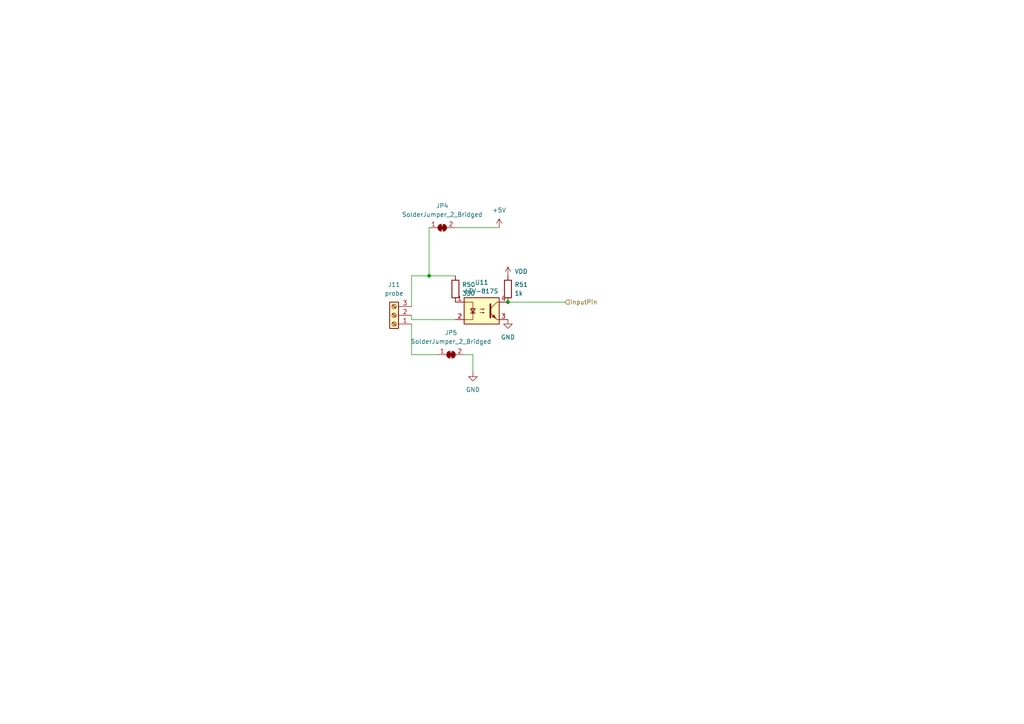
<source format=kicad_sch>
(kicad_sch (version 20211123) (generator eeschema)
  (paper "A4")
  (lib_symbols
    (symbol "Connector:Screw_Terminal_01x03" (pin_names (offset 1.016) hide)
      (property "Reference" "J" (at 0 5.08 0))
      (property "Value" "Screw_Terminal_01x03" (at 0 -5.08 0))
      (symbol "Screw_Terminal_01x03_1_1"
        (rectangle (start -1.27 3.81) (end 1.27 -3.81) (stroke (width 0.254)) (fill (type background)))
        (circle (center 0 -2.54) (radius 0.635) (stroke (width 0.1524)))
        (polyline (pts (xy -0.5334 -2.2098) (xy 0.3302 -3.048)) (stroke (width 0.1524)))
        (polyline (pts (xy -0.5334 0.3302) (xy 0.3302 -0.508)) (stroke (width 0.1524)))
        (polyline (pts (xy -0.5334 2.8702) (xy 0.3302 2.032)) (stroke (width 0.1524)))
        (polyline (pts (xy -0.3556 -2.032) (xy 0.508 -2.8702)) (stroke (width 0.1524)))
        (polyline (pts (xy -0.3556 0.508) (xy 0.508 -0.3302)) (stroke (width 0.1524)))
        (polyline (pts (xy -0.3556 3.048) (xy 0.508 2.2098)) (stroke (width 0.1524)))
        (circle (center 0 0) (radius 0.635) (stroke (width 0.1524)))
        (circle (center 0 2.54) (radius 0.635) (stroke (width 0.1524)))
        (pin passive line (at -5.08 2.54 0) (length 3.81) (name "Pin_1") (number "1"))
        (pin passive line (at -5.08 0 0) (length 3.81) (name "Pin_2") (number "2"))
        (pin passive line (at -5.08 -2.54 0) (length 3.81) (name "Pin_3") (number "3"))
      )
    )
    (symbol "Device:R" (pin_numbers hide) (pin_names (offset 0))
      (property "Reference" "R" (at 2.032 0 90))
      (property "Value" "R" (at 0 0 90))
      (symbol "R_0_1"
        (rectangle (start -1.016 -2.54) (end 1.016 2.54) (stroke (width 0.254)))
      )
      (symbol "R_1_1"
        (pin passive line (at 0 3.81 270) (length 1.27) (name "~") (number "1"))
        (pin passive line (at 0 -3.81 90) (length 1.27) (name "~") (number "2"))
      )
    )
    (symbol "Isolator:LTV-817S" (pin_names (offset 1.016))
      (property "Reference" "U" (at -3.81 5.08 0))
      (property "Value" "LTV-817S" (at 0 -5.08 0))
      (symbol "LTV-817S_1_1"
        (rectangle (start -5.08 3.81) (end 5.08 -3.81) (stroke (width 0.254)) (fill (type background)))
        (polyline (pts (xy -3.175 -0.635) (xy -1.905 -0.635)) (stroke (width 0.254)))
        (polyline (pts (xy 2.54 0.635) (xy 4.445 2.54)))
        (polyline (pts (xy 4.445 -2.54) (xy 2.54 -0.635)) (fill (type outline)))
        (polyline (pts (xy 4.445 -2.54) (xy 5.08 -2.54)))
        (polyline (pts (xy 4.445 2.54) (xy 5.08 2.54)))
        (polyline (pts (xy -5.08 2.54) (xy -2.54 2.54) (xy -2.54 -0.762)))
        (polyline (pts (xy -2.54 -0.635) (xy -2.54 -2.54) (xy -5.08 -2.54)))
        (polyline (pts (xy 2.54 1.905) (xy 2.54 -1.905) (xy 2.54 -1.905)) (stroke (width 0.508)))
        (polyline (pts (xy -2.54 -0.635) (xy -3.175 0.635) (xy -1.905 0.635) (xy -2.54 -0.635)) (stroke (width 0.254)))
        (polyline (pts (xy -0.508 -0.508) (xy 0.762 -0.508) (xy 0.381 -0.635) (xy 0.381 -0.381) (xy 0.762 -0.508)))
        (polyline (pts (xy -0.508 0.508) (xy 0.762 0.508) (xy 0.381 0.381) (xy 0.381 0.635) (xy 0.762 0.508)))
        (polyline (pts (xy 3.048 -1.651) (xy 3.556 -1.143) (xy 4.064 -2.159) (xy 3.048 -1.651) (xy 3.048 -1.651)) (fill (type outline)))
        (pin passive line (at -7.62 2.54 0) (length 2.54) (name "~") (number "1"))
        (pin passive line (at -7.62 -2.54 0) (length 2.54) (name "~") (number "2"))
        (pin passive line (at 7.62 -2.54 180) (length 2.54) (name "~") (number "3"))
        (pin passive line (at 7.62 2.54 180) (length 2.54) (name "~") (number "4"))
      )
    )
    (symbol "Jumper:SolderJumper_2_Bridged" (pin_names (offset 0) hide)
      (property "Reference" "JP" (at 0 2.032 0))
      (property "Value" "SolderJumper_2_Bridged" (at 0 -2.54 0))
      (symbol "SolderJumper_2_Bridged_0_1"
        (rectangle (start -0.508 0.508) (end 0.508 -0.508) (fill (type outline)))
        (arc (start -0.254 1.016) (mid -1.27 0) (end -0.254 -1.016))
        (arc (start -0.254 1.016) (mid -1.27 0) (end -0.254 -1.016) (fill (type outline)))
        (polyline (pts (xy -0.254 1.016) (xy -0.254 -1.016)))
        (polyline (pts (xy 0.254 1.016) (xy 0.254 -1.016)))
        (arc (start 0.254 -1.016) (mid 1.27 0) (end 0.254 1.016))
        (arc (start 0.254 -1.016) (mid 1.27 0) (end 0.254 1.016) (fill (type outline)))
      )
      (symbol "SolderJumper_2_Bridged_1_1"
        (pin passive line (at -3.81 0 0) (length 2.54) (name "A") (number "1"))
        (pin passive line (at 3.81 0 180) (length 2.54) (name "B") (number "2"))
      )
    )
    (symbol "power:+5V" (power) (pin_names (offset 0))
      (property "Value" "+5V" (at 0 3.556 0))
      (symbol "+5V_0_1"
        (polyline (pts (xy -0.762 1.27) (xy 0 2.54)))
        (polyline (pts (xy 0 0) (xy 0 2.54)))
        (polyline (pts (xy 0 2.54) (xy 0.762 1.27)))
      )
      (symbol "+5V_1_1"
        (pin power_in line (at 0 0 90) (length 0) hide (name "+5V") (number "1"))
      )
    )
    (symbol "power:GND" (power) (pin_names (offset 0))
      (property "Value" "GND" (at 0 -3.81 0))
      (symbol "GND_0_1"
        (polyline (pts (xy 0 0) (xy 0 -1.27) (xy 1.27 -1.27) (xy 0 -2.54) (xy -1.27 -1.27) (xy 0 -1.27)))
      )
      (symbol "GND_1_1"
        (pin power_in line (at 0 0 270) (length 0) hide (name "GND") (number "1"))
      )
    )
    (symbol "power:VDD" (power) (pin_names (offset 0))
      (property "Value" "VDD" (at 0 3.81 0))
      (symbol "VDD_0_1"
        (polyline (pts (xy -0.762 1.27) (xy 0 2.54)))
        (polyline (pts (xy 0 0) (xy 0 2.54)))
        (polyline (pts (xy 0 2.54) (xy 0.762 1.27)))
      )
      (symbol "VDD_1_1"
        (pin power_in line (at 0 0 90) (length 0) hide (name "VDD") (number "1"))
      )
    )
  )
  (junction (at 147.32 87.63))
  (junction (at 124.46 80.01))
  (wire (pts (xy 119.38 80.01) (xy 119.38 88.9)))
  (wire (pts (xy 127 102.87) (xy 119.38 102.87)))
  (wire (pts (xy 124.46 66.04) (xy 124.46 80.01)))
  (wire (pts (xy 137.16 102.87) (xy 134.62 102.87)))
  (wire (pts (xy 119.38 92.71) (xy 119.38 91.44)))
  (wire (pts (xy 124.46 80.01) (xy 119.38 80.01)))
  (wire (pts (xy 132.08 92.71) (xy 119.38 92.71)))
  (wire (pts (xy 132.08 66.04) (xy 144.78 66.04)))
  (wire (pts (xy 147.32 87.63) (xy 163.83 87.63)))
  (wire (pts (xy 132.08 80.01) (xy 124.46 80.01)))
  (wire (pts (xy 119.38 102.87) (xy 119.38 93.98)))
  (wire (pts (xy 137.16 107.95) (xy 137.16 102.87)))
  (hierarchical_label "inputPin" (shape input) (at 163.83 87.63 0))
  (symbol (lib_id "Connector:Screw_Terminal_01x03") (at 114.3 91.44 180) (unit 1)
    (property "Reference" "J11" (at 114.3 82.55 0))
    (property "Value" "probe" (at 114.3 85.09 0))
    (property "Footprint" "TerminalBlock_4Ucon:TerminalBlock_4Ucon_1x03_P3.50mm_Horizontal" (effects hide))
  )
  (symbol (lib_id "Device:R") (at 147.32 83.82 180) (unit 1)
    (property "Reference" "R51" (at 149.225 82.5499 0) (effects (justify right)))
    (property "Value" "1k" (at 149.225 85.0899 0) (effects (justify right)))
    (property "Footprint" "Resistor_SMD:R_0805_2012Metric_Pad1.20x1.40mm_HandSolder" (effects hide))
  )
  (symbol (lib_id "Device:R") (at 132.08 83.82 180) (unit 1)
    (property "Reference" "R50" (at 133.985 82.5499 0) (effects (justify right)))
    (property "Value" "330" (at 133.985 85.0899 0) (effects (justify right)))
    (property "Footprint" "Resistor_SMD:R_0805_2012Metric_Pad1.20x1.40mm_HandSolder" (effects hide))
  )
  (symbol (lib_id "Jumper:SolderJumper_2_Bridged") (at 128.27 66.04 0) (unit 1)
    (property "Reference" "JP4" (at 128.27 59.69 0))
    (property "Value" "SolderJumper_2_Bridged" (at 128.27 62.23 0))
    (property "Footprint" "Jumper:SolderJumper-2_P1.3mm_Open_RoundedPad1.0x1.5mm" (effects hide))
  )
  (symbol (lib_id "power:+5V") (at 144.78 66.04 0) (unit 1)
    (property "Reference" "#PWR0277" (effects hide))
    (property "Value" "+5V" (at 144.78 60.96 0))
  )
  (symbol (lib_id "power:GND") (at 137.16 107.95 0) (unit 1)
    (property "Reference" "#PWR0276" (effects hide))
    (property "Value" "GND" (at 137.16 113.03 0))
  )
  (symbol (lib_id "Jumper:SolderJumper_2_Bridged") (at 130.81 102.87 0) (unit 1)
    (property "Reference" "JP5" (at 130.81 96.52 0))
    (property "Value" "SolderJumper_2_Bridged" (at 130.81 99.06 0))
    (property "Footprint" "Jumper:SolderJumper-2_P1.3mm_Open_RoundedPad1.0x1.5mm" (effects hide))
  )
  (symbol (lib_id "power:GND") (at 147.32 92.71 0) (unit 1)
    (property "Reference" "#PWR0275" (effects hide))
    (property "Value" "GND" (at 147.32 97.79 0))
  )
  (symbol (lib_id "power:VDD") (at 147.32 80.01 0) (unit 1)
    (property "Reference" "#PWR0274" (effects hide))
    (property "Value" "VDD" (at 149.225 78.7399 0) (effects (justify left)))
  )
  (symbol (lib_id "Isolator:LTV-817S") (at 139.7 90.17 0) (unit 1)
    (property "Reference" "U11" (at 139.7 81.915 0))
    (property "Value" "LTV-817S" (at 139.7 84.455 0))
    (property "Footprint" "Package_DIP:SMDIP-4_W9.53mm" (effects hide))
    (property "Datasheet" "http://www.us.liteon.com/downloads/LTV-817-827-847.PDF" (effects hide))
  )
)
</source>
